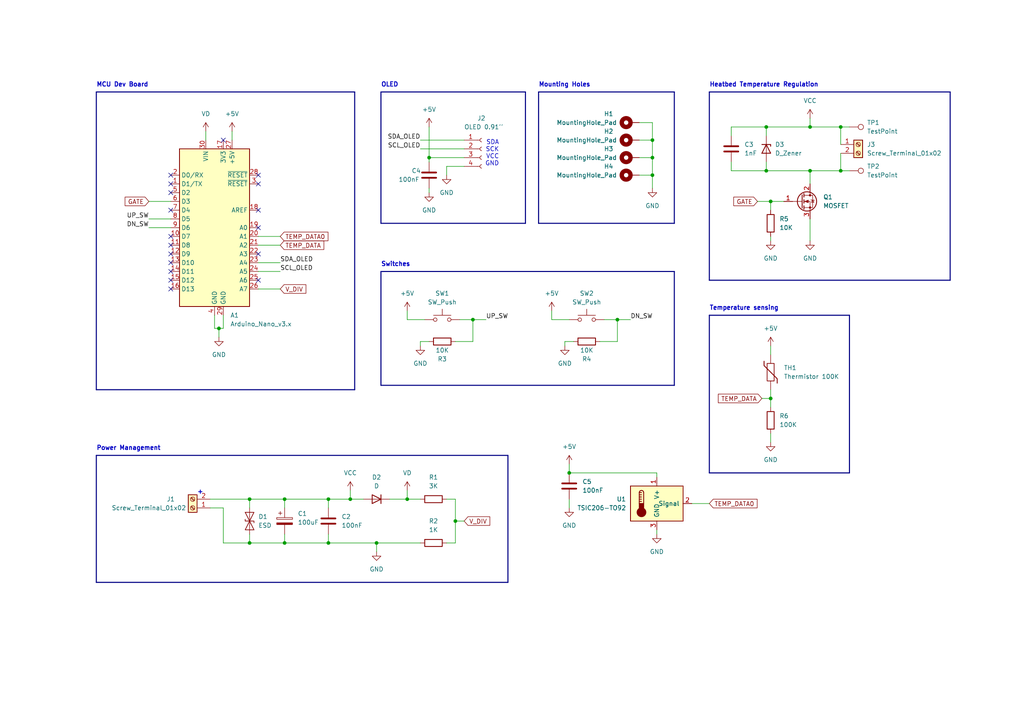
<source format=kicad_sch>
(kicad_sch (version 20211123) (generator eeschema)
  (paper "A4")
  (lib_symbols
    (symbol "Connector:Conn_01x04_Female" (pin_names (offset 1.016) hide)
      (property "Reference" "J" (at 0 5.08 0))
      (property "Value" "Conn_01x04_Female" (at 0 -7.62 0))
      (symbol "Conn_01x04_Female_1_1"
        (arc (start 0 -4.572) (mid -0.508 -5.08) (end 0 -5.588) (stroke (width 0.1524)))
        (arc (start 0 -2.032) (mid -0.508 -2.54) (end 0 -3.048) (stroke (width 0.1524)))
        (polyline (pts (xy -1.27 -5.08) (xy -0.508 -5.08)) (stroke (width 0.1524)))
        (polyline (pts (xy -1.27 -2.54) (xy -0.508 -2.54)) (stroke (width 0.1524)))
        (polyline (pts (xy -1.27 0) (xy -0.508 0)) (stroke (width 0.1524)))
        (polyline (pts (xy -1.27 2.54) (xy -0.508 2.54)) (stroke (width 0.1524)))
        (arc (start 0 0.508) (mid -0.508 0) (end 0 -0.508) (stroke (width 0.1524)))
        (arc (start 0 3.048) (mid -0.508 2.54) (end 0 2.032) (stroke (width 0.1524)))
        (pin passive line (at -5.08 2.54 0) (length 3.81) (name "Pin_1") (number "1"))
        (pin passive line (at -5.08 0 0) (length 3.81) (name "Pin_2") (number "2"))
        (pin passive line (at -5.08 -2.54 0) (length 3.81) (name "Pin_3") (number "3"))
        (pin passive line (at -5.08 -5.08 0) (length 3.81) (name "Pin_4") (number "4"))
      )
    )
    (symbol "Connector:Screw_Terminal_01x02" (pin_names (offset 1.016) hide)
      (property "Reference" "J" (at 0 2.54 0))
      (property "Value" "Screw_Terminal_01x02" (at 0 -5.08 0))
      (symbol "Screw_Terminal_01x02_1_1"
        (rectangle (start -1.27 1.27) (end 1.27 -3.81) (stroke (width 0.254)) (fill (type background)))
        (circle (center 0 -2.54) (radius 0.635) (stroke (width 0.1524)))
        (polyline (pts (xy -0.5334 -2.2098) (xy 0.3302 -3.048)) (stroke (width 0.1524)))
        (polyline (pts (xy -0.5334 0.3302) (xy 0.3302 -0.508)) (stroke (width 0.1524)))
        (polyline (pts (xy -0.3556 -2.032) (xy 0.508 -2.8702)) (stroke (width 0.1524)))
        (polyline (pts (xy -0.3556 0.508) (xy 0.508 -0.3302)) (stroke (width 0.1524)))
        (circle (center 0 0) (radius 0.635) (stroke (width 0.1524)))
        (pin passive line (at -5.08 0 0) (length 3.81) (name "Pin_1") (number "1"))
        (pin passive line (at -5.08 -2.54 0) (length 3.81) (name "Pin_2") (number "2"))
      )
    )
    (symbol "Connector:TestPoint" (pin_numbers hide) (pin_names (offset 0.762) hide)
      (property "Reference" "TP" (at 0 6.858 0))
      (property "Value" "TestPoint" (at 0 5.08 0))
      (symbol "TestPoint_0_1"
        (circle (center 0 3.302) (radius 0.762))
      )
      (symbol "TestPoint_1_1"
        (pin passive line (at 0 0 90) (length 2.54) (name "1") (number "1"))
      )
    )
    (symbol "Device:C" (pin_numbers hide) (pin_names (offset 0.254))
      (property "Reference" "C" (at 0.635 2.54 0))
      (property "Value" "C" (at 0.635 -2.54 0))
      (symbol "C_0_1"
        (polyline (pts (xy -2.032 -0.762) (xy 2.032 -0.762)) (stroke (width 0.508)))
        (polyline (pts (xy -2.032 0.762) (xy 2.032 0.762)) (stroke (width 0.508)))
      )
      (symbol "C_1_1"
        (pin passive line (at 0 3.81 270) (length 2.794) (name "~") (number "1"))
        (pin passive line (at 0 -3.81 90) (length 2.794) (name "~") (number "2"))
      )
    )
    (symbol "Device:C_Polarized" (pin_numbers hide) (pin_names (offset 0.254))
      (property "Reference" "C" (at 0.635 2.54 0))
      (property "Value" "C_Polarized" (at 0.635 -2.54 0))
      (symbol "C_Polarized_0_1"
        (rectangle (start -2.286 0.508) (end 2.286 1.016))
        (polyline (pts (xy -1.778 2.286) (xy -0.762 2.286)))
        (polyline (pts (xy -1.27 2.794) (xy -1.27 1.778)))
        (rectangle (start 2.286 -0.508) (end -2.286 -1.016) (fill (type outline)))
      )
      (symbol "C_Polarized_1_1"
        (pin passive line (at 0 3.81 270) (length 2.794) (name "~") (number "1"))
        (pin passive line (at 0 -3.81 90) (length 2.794) (name "~") (number "2"))
      )
    )
    (symbol "Device:D" (pin_numbers hide) (pin_names (offset 1.016) hide)
      (property "Reference" "D" (at 0 2.54 0))
      (property "Value" "D" (at 0 -2.54 0))
      (symbol "D_0_1"
        (polyline (pts (xy -1.27 1.27) (xy -1.27 -1.27)) (stroke (width 0.254)))
        (polyline (pts (xy 1.27 0) (xy -1.27 0)))
        (polyline (pts (xy 1.27 1.27) (xy 1.27 -1.27) (xy -1.27 0) (xy 1.27 1.27)) (stroke (width 0.254)))
      )
      (symbol "D_1_1"
        (pin passive line (at -3.81 0 0) (length 2.54) (name "K") (number "1"))
        (pin passive line (at 3.81 0 180) (length 2.54) (name "A") (number "2"))
      )
    )
    (symbol "Device:D_Zener" (pin_numbers hide) (pin_names (offset 1.016) hide)
      (property "Reference" "D" (at 0 2.54 0))
      (property "Value" "D_Zener" (at 0 -2.54 0))
      (symbol "D_Zener_0_1"
        (polyline (pts (xy 1.27 0) (xy -1.27 0)))
        (polyline (pts (xy -1.27 -1.27) (xy -1.27 1.27) (xy -0.762 1.27)) (stroke (width 0.254)))
        (polyline (pts (xy 1.27 -1.27) (xy 1.27 1.27) (xy -1.27 0) (xy 1.27 -1.27)) (stroke (width 0.254)))
      )
      (symbol "D_Zener_1_1"
        (pin passive line (at -3.81 0 0) (length 2.54) (name "K") (number "1"))
        (pin passive line (at 3.81 0 180) (length 2.54) (name "A") (number "2"))
      )
    )
    (symbol "Device:R" (pin_numbers hide) (pin_names (offset 0))
      (property "Reference" "R" (at 2.032 0 90))
      (property "Value" "R" (at 0 0 90))
      (symbol "R_0_1"
        (rectangle (start -1.016 -2.54) (end 1.016 2.54) (stroke (width 0.254)))
      )
      (symbol "R_1_1"
        (pin passive line (at 0 3.81 270) (length 1.27) (name "~") (number "1"))
        (pin passive line (at 0 -3.81 90) (length 1.27) (name "~") (number "2"))
      )
    )
    (symbol "Device:Thermistor" (pin_numbers hide) (pin_names (offset 0))
      (property "Reference" "TH" (at 2.54 1.27 90))
      (property "Value" "Thermistor" (at -2.54 0 90))
      (symbol "Thermistor_0_1"
        (rectangle (start -1.016 2.54) (end 1.016 -2.54) (stroke (width 0.2032)))
        (polyline (pts (xy -1.905 3.175) (xy -1.905 1.905) (xy 1.905 -1.905) (xy 1.905 -3.175) (xy 1.905 -3.175)) (stroke (width 0.254)))
      )
      (symbol "Thermistor_1_1"
        (pin passive line (at 0 5.08 270) (length 2.54) (name "~") (number "1"))
        (pin passive line (at 0 -5.08 90) (length 2.54) (name "~") (number "2"))
      )
    )
    (symbol "Diode:ESD9B5.0ST5G" (pin_numbers hide) (pin_names (offset 1.016) hide)
      (property "Reference" "D" (at 0 2.54 0))
      (property "Value" "ESD9B5.0ST5G" (at 0 -2.54 0))
      (symbol "ESD9B5.0ST5G_0_1"
        (polyline (pts (xy 1.27 0) (xy -1.27 0)))
        (polyline (pts (xy -2.54 -1.27) (xy 0 0) (xy -2.54 1.27) (xy -2.54 -1.27)) (stroke (width 0.2032)))
        (polyline (pts (xy 0.508 1.27) (xy 0 1.27) (xy 0 -1.27) (xy -0.508 -1.27)) (stroke (width 0.2032)))
        (polyline (pts (xy 2.54 1.27) (xy 2.54 -1.27) (xy 0 0) (xy 2.54 1.27)) (stroke (width 0.2032)))
      )
      (symbol "ESD9B5.0ST5G_1_1"
        (pin passive line (at -3.81 0 0) (length 2.54) (name "A1") (number "1"))
        (pin passive line (at 3.81 0 180) (length 2.54) (name "A2") (number "2"))
      )
    )
    (symbol "MCU_Module:Arduino_Nano_v3.x"
      (property "Reference" "A" (at -10.16 23.495 0))
      (property "Value" "Arduino_Nano_v3.x" (at 5.08 -24.13 0))
      (symbol "Arduino_Nano_v3.x_0_1"
        (rectangle (start -10.16 22.86) (end 10.16 -22.86) (stroke (width 0.254)) (fill (type background)))
      )
      (symbol "Arduino_Nano_v3.x_1_1"
        (pin bidirectional line (at -12.7 12.7 0) (length 2.54) (name "D1/TX") (number "1"))
        (pin bidirectional line (at -12.7 -2.54 0) (length 2.54) (name "D7") (number "10"))
        (pin bidirectional line (at -12.7 -5.08 0) (length 2.54) (name "D8") (number "11"))
        (pin bidirectional line (at -12.7 -7.62 0) (length 2.54) (name "D9") (number "12"))
        (pin bidirectional line (at -12.7 -10.16 0) (length 2.54) (name "D10") (number "13"))
        (pin bidirectional line (at -12.7 -12.7 0) (length 2.54) (name "D11") (number "14"))
        (pin bidirectional line (at -12.7 -15.24 0) (length 2.54) (name "D12") (number "15"))
        (pin bidirectional line (at -12.7 -17.78 0) (length 2.54) (name "D13") (number "16"))
        (pin power_out line (at 2.54 25.4 270) (length 2.54) (name "3V3") (number "17"))
        (pin input line (at 12.7 5.08 180) (length 2.54) (name "AREF") (number "18"))
        (pin bidirectional line (at 12.7 0 180) (length 2.54) (name "A0") (number "19"))
        (pin bidirectional line (at -12.7 15.24 0) (length 2.54) (name "D0/RX") (number "2"))
        (pin bidirectional line (at 12.7 -2.54 180) (length 2.54) (name "A1") (number "20"))
        (pin bidirectional line (at 12.7 -5.08 180) (length 2.54) (name "A2") (number "21"))
        (pin bidirectional line (at 12.7 -7.62 180) (length 2.54) (name "A3") (number "22"))
        (pin bidirectional line (at 12.7 -10.16 180) (length 2.54) (name "A4") (number "23"))
        (pin bidirectional line (at 12.7 -12.7 180) (length 2.54) (name "A5") (number "24"))
        (pin bidirectional line (at 12.7 -15.24 180) (length 2.54) (name "A6") (number "25"))
        (pin bidirectional line (at 12.7 -17.78 180) (length 2.54) (name "A7") (number "26"))
        (pin power_out line (at 5.08 25.4 270) (length 2.54) (name "+5V") (number "27"))
        (pin input line (at 12.7 15.24 180) (length 2.54) (name "~{RESET}") (number "28"))
        (pin power_in line (at 2.54 -25.4 90) (length 2.54) (name "GND") (number "29"))
        (pin input line (at 12.7 12.7 180) (length 2.54) (name "~{RESET}") (number "3"))
        (pin power_in line (at -2.54 25.4 270) (length 2.54) (name "VIN") (number "30"))
        (pin power_in line (at 0 -25.4 90) (length 2.54) (name "GND") (number "4"))
        (pin bidirectional line (at -12.7 10.16 0) (length 2.54) (name "D2") (number "5"))
        (pin bidirectional line (at -12.7 7.62 0) (length 2.54) (name "D3") (number "6"))
        (pin bidirectional line (at -12.7 5.08 0) (length 2.54) (name "D4") (number "7"))
        (pin bidirectional line (at -12.7 2.54 0) (length 2.54) (name "D5") (number "8"))
        (pin bidirectional line (at -12.7 0 0) (length 2.54) (name "D6") (number "9"))
      )
    )
    (symbol "Mechanical:MountingHole_Pad" (pin_numbers hide) (pin_names (offset 1.016) hide)
      (property "Reference" "H" (at 0 6.35 0))
      (property "Value" "MountingHole_Pad" (at 0 4.445 0))
      (symbol "MountingHole_Pad_0_1"
        (circle (center 0 1.27) (radius 1.27) (stroke (width 1.27)))
      )
      (symbol "MountingHole_Pad_1_1"
        (pin input line (at 0 -2.54 90) (length 2.54) (name "1") (number "1"))
      )
    )
    (symbol "Sensor_Temperature:TSIC206-TO92" (pin_names (offset 1.016))
      (property "Reference" "U" (at -6.35 6.35 0))
      (property "Value" "TSIC206-TO92" (at 1.27 6.35 0))
      (symbol "TSIC206-TO92_0_1"
        (rectangle (start -7.62 5.08) (end 7.62 -5.08) (stroke (width 0.254)) (fill (type background)))
        (circle (center -4.445 -2.54) (radius 1.27) (stroke (width 0.254)) (fill (type outline)))
        (rectangle (start -3.81 -1.905) (end -5.08 0) (stroke (width 0.254)) (fill (type outline)))
        (arc (start -3.81 3.175) (mid -4.445 3.81) (end -5.08 3.175) (stroke (width 0.254)))
        (polyline (pts (xy -5.08 0.635) (xy -4.445 0.635)) (stroke (width 0.254)))
        (polyline (pts (xy -5.08 1.27) (xy -4.445 1.27)) (stroke (width 0.254)))
        (polyline (pts (xy -5.08 1.905) (xy -4.445 1.905)) (stroke (width 0.254)))
        (polyline (pts (xy -5.08 2.54) (xy -4.445 2.54)) (stroke (width 0.254)))
        (polyline (pts (xy -5.08 3.175) (xy -5.08 0)) (stroke (width 0.254)))
        (polyline (pts (xy -5.08 3.175) (xy -4.445 3.175)) (stroke (width 0.254)))
        (polyline (pts (xy -3.81 3.175) (xy -3.81 0)) (stroke (width 0.254)))
      )
      (symbol "TSIC206-TO92_1_1"
        (pin power_in line (at 0 7.62 270) (length 2.54) (name "V+") (number "1"))
        (pin output line (at 10.16 0 180) (length 2.54) (name "Signal") (number "2"))
        (pin power_in line (at 0 -7.62 90) (length 2.54) (name "GND") (number "3"))
      )
    )
    (symbol "Switch:SW_Push" (pin_numbers hide) (pin_names (offset 1.016) hide)
      (property "Reference" "SW" (at 1.27 2.54 0))
      (property "Value" "SW_Push" (at 0 -1.524 0))
      (symbol "SW_Push_0_1"
        (circle (center -2.032 0) (radius 0.508))
        (polyline (pts (xy 0 1.27) (xy 0 3.048)))
        (polyline (pts (xy 2.54 1.27) (xy -2.54 1.27)))
        (circle (center 2.032 0) (radius 0.508))
        (pin passive line (at -5.08 0 0) (length 2.54) (name "1") (number "1"))
        (pin passive line (at 5.08 0 180) (length 2.54) (name "2") (number "2"))
      )
    )
    (symbol "Transistor_FET:IRF740" (pin_names hide)
      (property "Reference" "Q" (at 6.35 1.905 0))
      (property "Value" "IRF740" (at 6.35 0 0))
      (symbol "IRF740_0_1"
        (polyline (pts (xy 0.254 0) (xy -2.54 0)))
        (polyline (pts (xy 0.254 1.905) (xy 0.254 -1.905)) (stroke (width 0.254)))
        (polyline (pts (xy 0.762 -1.27) (xy 0.762 -2.286)) (stroke (width 0.254)))
        (polyline (pts (xy 0.762 0.508) (xy 0.762 -0.508)) (stroke (width 0.254)))
        (polyline (pts (xy 0.762 2.286) (xy 0.762 1.27)) (stroke (width 0.254)))
        (polyline (pts (xy 2.54 2.54) (xy 2.54 1.778)))
        (polyline (pts (xy 2.54 -2.54) (xy 2.54 0) (xy 0.762 0)))
        (polyline (pts (xy 0.762 -1.778) (xy 3.302 -1.778) (xy 3.302 1.778) (xy 0.762 1.778)))
        (polyline (pts (xy 1.016 0) (xy 2.032 0.381) (xy 2.032 -0.381) (xy 1.016 0)) (fill (type outline)))
        (polyline (pts (xy 2.794 0.508) (xy 2.921 0.381) (xy 3.683 0.381) (xy 3.81 0.254)))
        (polyline (pts (xy 3.302 0.381) (xy 2.921 -0.254) (xy 3.683 -0.254) (xy 3.302 0.381)))
        (circle (center 1.651 0) (radius 2.794) (stroke (width 0.254)))
        (circle (center 2.54 -1.778) (radius 0.254) (fill (type outline)))
        (circle (center 2.54 1.778) (radius 0.254) (fill (type outline)))
      )
      (symbol "IRF740_1_1"
        (pin input line (at -5.08 0 0) (length 2.54) (name "G") (number "1"))
        (pin passive line (at 2.54 5.08 270) (length 2.54) (name "D") (number "2"))
        (pin passive line (at 2.54 -5.08 90) (length 2.54) (name "S") (number "3"))
      )
    )
    (symbol "power:+5V" (power) (pin_names (offset 0))
      (property "Value" "+5V" (at 0 3.556 0))
      (symbol "+5V_0_1"
        (polyline (pts (xy -0.762 1.27) (xy 0 2.54)))
        (polyline (pts (xy 0 0) (xy 0 2.54)))
        (polyline (pts (xy 0 2.54) (xy 0.762 1.27)))
      )
      (symbol "+5V_1_1"
        (pin power_in line (at 0 0 90) (length 0) hide (name "+5V") (number "1"))
      )
    )
    (symbol "power:GND" (power) (pin_names (offset 0))
      (property "Value" "GND" (at 0 -3.81 0))
      (symbol "GND_0_1"
        (polyline (pts (xy 0 0) (xy 0 -1.27) (xy 1.27 -1.27) (xy 0 -2.54) (xy -1.27 -1.27) (xy 0 -1.27)))
      )
      (symbol "GND_1_1"
        (pin power_in line (at 0 0 270) (length 0) hide (name "GND") (number "1"))
      )
    )
    (symbol "power:VCC" (power) (pin_names (offset 0))
      (property "Value" "VCC" (at 0 3.81 0))
      (symbol "VCC_0_1"
        (polyline (pts (xy -0.762 1.27) (xy 0 2.54)))
        (polyline (pts (xy 0 0) (xy 0 2.54)))
        (polyline (pts (xy 0 2.54) (xy 0.762 1.27)))
      )
      (symbol "VCC_1_1"
        (pin power_in line (at 0 0 90) (length 0) hide (name "VCC") (number "1"))
      )
    )
    (symbol "power:VD" (power) (pin_names (offset 0))
      (property "Value" "VD" (at 0 3.81 0))
      (symbol "VD_0_1"
        (polyline (pts (xy -0.762 1.27) (xy 0 2.54)))
        (polyline (pts (xy 0 0) (xy 0 2.54)))
        (polyline (pts (xy 0 2.54) (xy 0.762 1.27)))
      )
      (symbol "VD_1_1"
        (pin power_in line (at 0 0 90) (length 0) hide (name "VD") (number "1"))
      )
    )
  )
  (junction (at 179.07 92.71))
  (junction (at 234.95 49.53))
  (junction (at 189.23 40.64))
  (junction (at 189.23 45.72))
  (junction (at 63.5 95.25))
  (junction (at 137.16 92.71))
  (junction (at 222.25 36.83))
  (junction (at 72.39 144.78))
  (junction (at 234.95 36.83))
  (junction (at 223.52 58.42))
  (junction (at 124.46 45.72))
  (junction (at 82.55 157.48))
  (junction (at 95.25 144.78))
  (junction (at 82.55 144.78))
  (junction (at 118.11 144.78))
  (junction (at 165.1 137.16))
  (junction (at 222.25 49.53))
  (junction (at 243.84 36.83))
  (junction (at 72.39 157.48))
  (junction (at 223.52 115.57))
  (junction (at 109.22 157.48))
  (junction (at 101.6 144.78))
  (junction (at 95.25 157.48))
  (junction (at 189.23 50.8))
  (junction (at 132.08 151.13))
  (junction (at 243.84 49.53))
  (no_connect (at 74.93 81.28))
  (no_connect (at 74.93 73.66))
  (no_connect (at 74.93 60.96))
  (no_connect (at 74.93 53.34))
  (no_connect (at 74.93 50.8))
  (no_connect (at 49.53 78.74))
  (no_connect (at 49.53 76.2))
  (no_connect (at 49.53 73.66))
  (no_connect (at 49.53 71.12))
  (no_connect (at 49.53 68.58))
  (no_connect (at 64.77 40.64))
  (no_connect (at 49.53 81.28))
  (no_connect (at 49.53 50.8))
  (no_connect (at 49.53 53.34))
  (no_connect (at 49.53 55.88))
  (no_connect (at 49.53 60.96))
  (no_connect (at 49.53 83.82))
  (no_connect (at 74.93 66.04))
  (wire (pts (xy 118.11 144.78) (xy 118.11 142.24)))
  (wire (pts (xy 223.52 100.33) (xy 223.52 102.87)))
  (bus (pts (xy 27.94 26.67) (xy 27.94 113.03)))
  (wire (pts (xy 72.39 154.94) (xy 72.39 157.48)))
  (wire (pts (xy 64.77 147.32) (xy 64.77 157.48)))
  (wire (pts (xy 133.35 92.71) (xy 137.16 92.71)))
  (wire (pts (xy 101.6 142.24) (xy 101.6 144.78)))
  (wire (pts (xy 175.26 92.71) (xy 179.07 92.71)))
  (wire (pts (xy 118.11 90.17) (xy 118.11 92.71)))
  (wire (pts (xy 189.23 40.64) (xy 189.23 45.72)))
  (wire (pts (xy 243.84 49.53) (xy 246.38 49.53)))
  (wire (pts (xy 160.02 92.71) (xy 165.1 92.71)))
  (wire (pts (xy 179.07 92.71) (xy 182.88 92.71)))
  (wire (pts (xy 121.92 43.18) (xy 134.62 43.18)))
  (wire (pts (xy 124.46 54.61) (xy 124.46 55.88)))
  (bus (pts (xy 110.49 26.67) (xy 110.49 64.77)))
  (wire (pts (xy 82.55 144.78) (xy 82.55 147.32)))
  (wire (pts (xy 189.23 50.8) (xy 189.23 54.61)))
  (wire (pts (xy 129.54 48.26) (xy 129.54 50.8)))
  (wire (pts (xy 95.25 157.48) (xy 109.22 157.48)))
  (wire (pts (xy 129.54 144.78) (xy 132.08 144.78)))
  (wire (pts (xy 43.18 58.42) (xy 49.53 58.42)))
  (wire (pts (xy 243.84 36.83) (xy 243.84 41.91)))
  (wire (pts (xy 124.46 46.99) (xy 124.46 45.72)))
  (bus (pts (xy 246.38 91.44) (xy 246.38 137.16)))
  (wire (pts (xy 72.39 144.78) (xy 82.55 144.78)))
  (wire (pts (xy 165.1 134.62) (xy 165.1 137.16)))
  (bus (pts (xy 110.49 111.76) (xy 195.58 111.76)))
  (wire (pts (xy 223.52 68.58) (xy 223.52 69.85)))
  (wire (pts (xy 189.23 45.72) (xy 189.23 50.8)))
  (wire (pts (xy 82.55 154.94) (xy 82.55 157.48)))
  (bus (pts (xy 27.94 26.67) (xy 102.87 26.67)))
  (wire (pts (xy 74.93 83.82) (xy 81.28 83.82)))
  (wire (pts (xy 43.18 66.04) (xy 49.53 66.04)))
  (wire (pts (xy 212.09 36.83) (xy 222.25 36.83)))
  (wire (pts (xy 185.42 35.56) (xy 189.23 35.56)))
  (wire (pts (xy 74.93 68.58) (xy 81.28 68.58)))
  (wire (pts (xy 185.42 40.64) (xy 189.23 40.64)))
  (wire (pts (xy 190.5 138.43) (xy 190.5 137.16)))
  (wire (pts (xy 43.18 63.5) (xy 49.53 63.5)))
  (wire (pts (xy 124.46 99.06) (xy 121.92 99.06)))
  (bus (pts (xy 156.21 64.77) (xy 195.58 64.77)))
  (wire (pts (xy 124.46 45.72) (xy 124.46 36.83)))
  (bus (pts (xy 275.59 26.67) (xy 275.59 81.28)))
  (wire (pts (xy 62.23 95.25) (xy 63.5 95.25)))
  (wire (pts (xy 160.02 90.17) (xy 160.02 92.71)))
  (wire (pts (xy 166.37 99.06) (xy 163.83 99.06)))
  (bus (pts (xy 27.94 113.03) (xy 102.87 113.03)))
  (wire (pts (xy 82.55 157.48) (xy 95.25 157.48)))
  (wire (pts (xy 134.62 45.72) (xy 124.46 45.72)))
  (wire (pts (xy 109.22 157.48) (xy 109.22 160.02)))
  (wire (pts (xy 200.66 146.05) (xy 205.74 146.05)))
  (wire (pts (xy 190.5 153.67) (xy 190.5 154.94)))
  (wire (pts (xy 243.84 49.53) (xy 243.84 44.45)))
  (wire (pts (xy 222.25 49.53) (xy 234.95 49.53)))
  (wire (pts (xy 223.52 125.73) (xy 223.52 128.27)))
  (wire (pts (xy 132.08 151.13) (xy 134.62 151.13)))
  (wire (pts (xy 72.39 157.48) (xy 82.55 157.48)))
  (wire (pts (xy 95.25 144.78) (xy 101.6 144.78)))
  (wire (pts (xy 129.54 157.48) (xy 132.08 157.48)))
  (wire (pts (xy 64.77 91.44) (xy 64.77 95.25)))
  (bus (pts (xy 110.49 26.67) (xy 152.4 26.67)))
  (wire (pts (xy 74.93 78.74) (xy 81.28 78.74)))
  (bus (pts (xy 205.74 91.44) (xy 246.38 91.44)))
  (bus (pts (xy 110.49 78.74) (xy 195.58 78.74)))
  (wire (pts (xy 62.23 91.44) (xy 62.23 95.25)))
  (bus (pts (xy 205.74 137.16) (xy 205.74 91.44)))
  (wire (pts (xy 74.93 71.12) (xy 81.28 71.12)))
  (wire (pts (xy 82.55 144.78) (xy 95.25 144.78)))
  (wire (pts (xy 134.62 48.26) (xy 129.54 48.26)))
  (wire (pts (xy 234.95 49.53) (xy 234.95 53.34)))
  (wire (pts (xy 223.52 115.57) (xy 223.52 118.11)))
  (wire (pts (xy 101.6 144.78) (xy 105.41 144.78)))
  (wire (pts (xy 212.09 46.99) (xy 212.09 49.53)))
  (wire (pts (xy 118.11 144.78) (xy 121.92 144.78)))
  (wire (pts (xy 179.07 99.06) (xy 173.99 99.06)))
  (wire (pts (xy 234.95 34.29) (xy 234.95 36.83)))
  (bus (pts (xy 147.32 168.91) (xy 27.94 168.91)))
  (wire (pts (xy 67.31 38.1) (xy 67.31 40.64)))
  (bus (pts (xy 102.87 113.03) (xy 102.87 26.67)))
  (wire (pts (xy 223.52 58.42) (xy 223.52 60.96)))
  (bus (pts (xy 205.74 26.67) (xy 275.59 26.67)))
  (bus (pts (xy 156.21 26.67) (xy 195.58 26.67)))
  (wire (pts (xy 137.16 92.71) (xy 137.16 99.06)))
  (wire (pts (xy 132.08 151.13) (xy 132.08 157.48)))
  (bus (pts (xy 275.59 81.28) (xy 205.74 81.28)))
  (wire (pts (xy 243.84 36.83) (xy 246.38 36.83)))
  (wire (pts (xy 132.08 144.78) (xy 132.08 151.13)))
  (bus (pts (xy 110.49 78.74) (xy 110.49 111.76)))
  (bus (pts (xy 110.49 64.77) (xy 152.4 64.77)))
  (wire (pts (xy 223.52 58.42) (xy 227.33 58.42)))
  (wire (pts (xy 179.07 92.71) (xy 179.07 99.06)))
  (wire (pts (xy 234.95 36.83) (xy 243.84 36.83)))
  (wire (pts (xy 72.39 144.78) (xy 72.39 147.32)))
  (wire (pts (xy 222.25 36.83) (xy 222.25 39.37)))
  (wire (pts (xy 212.09 49.53) (xy 222.25 49.53)))
  (wire (pts (xy 222.25 46.99) (xy 222.25 49.53)))
  (bus (pts (xy 27.94 132.08) (xy 147.32 132.08)))
  (wire (pts (xy 121.92 40.64) (xy 134.62 40.64)))
  (wire (pts (xy 223.52 113.03) (xy 223.52 115.57)))
  (bus (pts (xy 195.58 64.77) (xy 195.58 26.67)))
  (bus (pts (xy 152.4 64.77) (xy 152.4 26.67)))
  (wire (pts (xy 60.96 147.32) (xy 64.77 147.32)))
  (wire (pts (xy 137.16 92.71) (xy 140.97 92.71)))
  (wire (pts (xy 95.25 154.94) (xy 95.25 157.48)))
  (wire (pts (xy 60.96 144.78) (xy 72.39 144.78)))
  (bus (pts (xy 156.21 26.67) (xy 156.21 64.77)))
  (wire (pts (xy 222.25 36.83) (xy 234.95 36.83)))
  (wire (pts (xy 64.77 157.48) (xy 72.39 157.48)))
  (wire (pts (xy 234.95 49.53) (xy 243.84 49.53)))
  (bus (pts (xy 205.74 26.67) (xy 205.74 81.28)))
  (wire (pts (xy 59.69 38.1) (xy 59.69 40.64)))
  (wire (pts (xy 113.03 144.78) (xy 118.11 144.78)))
  (bus (pts (xy 27.94 168.91) (xy 27.94 132.08)))
  (wire (pts (xy 163.83 99.06) (xy 163.83 100.33)))
  (bus (pts (xy 147.32 132.08) (xy 147.32 168.91)))
  (wire (pts (xy 74.93 76.2) (xy 81.28 76.2)))
  (wire (pts (xy 189.23 35.56) (xy 189.23 40.64)))
  (wire (pts (xy 118.11 92.71) (xy 123.19 92.71)))
  (wire (pts (xy 185.42 45.72) (xy 189.23 45.72)))
  (wire (pts (xy 137.16 99.06) (xy 132.08 99.06)))
  (wire (pts (xy 121.92 99.06) (xy 121.92 100.33)))
  (wire (pts (xy 109.22 157.48) (xy 121.92 157.48)))
  (wire (pts (xy 212.09 39.37) (xy 212.09 36.83)))
  (bus (pts (xy 195.58 111.76) (xy 195.58 78.74)))
  (wire (pts (xy 185.42 50.8) (xy 189.23 50.8)))
  (wire (pts (xy 63.5 95.25) (xy 63.5 97.79)))
  (wire (pts (xy 219.71 58.42) (xy 223.52 58.42)))
  (wire (pts (xy 95.25 144.78) (xy 95.25 147.32)))
  (wire (pts (xy 220.98 115.57) (xy 223.52 115.57)))
  (wire (pts (xy 63.5 95.25) (xy 64.77 95.25)))
  (wire (pts (xy 165.1 137.16) (xy 190.5 137.16)))
  (bus (pts (xy 246.38 137.16) (xy 205.74 137.16)))
  (wire (pts (xy 165.1 144.78) (xy 165.1 147.32)))
  (wire (pts (xy 234.95 63.5) (xy 234.95 69.85)))
  (text "Temperature sensing" (at 205.74 90.17 0) (effects (font (size 1.27 1.27) bold) (justify left bottom)))
  (text "Mounting Holes" (at 156.21 25.4 0) (effects (font (size 1.27 1.27) (thickness 0.254) bold) (justify left bottom)))
  (text "OLED" (at 110.49 25.4 0) (effects (font (size 1.27 1.27) bold) (justify left bottom)))
  (text "Heatbed Temperature Regulation" (at 205.74 25.4 0) (effects (font (size 1.27 1.27) bold) (justify left bottom)))
  (text "Power Management" (at 27.94 130.81 0) (effects (font (size 1.27 1.27) bold) (justify left bottom)))
  (text "MCU Dev Board" (at 27.94 25.4 0) (effects (font (size 1.27 1.27) bold) (justify left bottom)))
  (text "SDA\nSCK\nVCC\nGND" (at 144.78 48.26 180) (effects (font (size 1.27 1.27)) (justify right bottom)))
  (text "Switches" (at 110.49 77.47 0) (effects (font (size 1.27 1.27) bold) (justify left bottom)))
  (text "+" (at 57.15 143.51 0) (effects (font (size 1.27 1.27) (thickness 0.254) bold) (justify left bottom)))
  (label "SCL_OLED" (at 121.92 43.18 180))
  (label "UP_SW" (at 140.97 92.71 0))
  (label "UP_SW" (at 43.18 63.5 180))
  (label "SCL_OLED" (at 81.28 78.74 0))
  (label "SDA_OLED" (at 121.92 40.64 180))
  (label "SDA_OLED" (at 81.28 76.2 0))
  (label "DN_SW" (at 43.18 66.04 180))
  (label "DN_SW" (at 182.88 92.71 0))
  (global_label "TEMP_DATA" (shape input) (at 81.28 71.12 0) (property "Intersheet References" "${INTERSHEET_REFS}" (effects hide)))
  (global_label "GATE" (shape input) (at 219.71 58.42 180) (property "Intersheet References" "${INTERSHEET_REFS}" (effects hide)))
  (global_label "V_DIV" (shape input) (at 81.28 83.82 0) (property "Intersheet References" "${INTERSHEET_REFS}" (effects hide)))
  (global_label "GATE" (shape input) (at 43.18 58.42 180) (property "Intersheet References" "${INTERSHEET_REFS}" (effects hide)))
  (global_label "TEMP_DATA0" (shape input) (at 205.74 146.05 0) (property "Intersheet References" "${INTERSHEET_REFS}" (effects hide)))
  (global_label "V_DIV" (shape input) (at 134.62 151.13 0) (property "Intersheet References" "${INTERSHEET_REFS}" (effects hide)))
  (global_label "TEMP_DATA" (shape input) (at 220.98 115.57 180) (property "Intersheet References" "${INTERSHEET_REFS}" (effects hide)))
  (global_label "TEMP_DATA0" (shape input) (at 81.28 68.58 0) (property "Intersheet References" "${INTERSHEET_REFS}" (effects hide)))
  (symbol (lib_id "power:GND") (at 189.23 54.61 0) (unit 1)
    (property "Reference" "#PWR019" (effects hide))
    (property "Value" "GND" (at 189.23 59.69 0))
  )
  (symbol (lib_id "Device:D") (at 109.22 144.78 180) (unit 1)
    (property "Reference" "D2" (at 109.22 138.43 0))
    (property "Value" "D" (at 109.22 140.97 0))
    (property "Footprint" "Diode_THT:D_DO-41_SOD81_P10.16mm_Horizontal" (effects hide))
  )
  (symbol (lib_id "Device:R") (at 125.73 157.48 90) (unit 1)
    (property "Reference" "R2" (at 125.73 151.13 90))
    (property "Value" "1K" (at 125.73 153.67 90))
    (property "Footprint" "Resistor_SMD:R_0805_2012Metric" (effects hide))
  )
  (symbol (lib_id "Device:C_Polarized") (at 82.55 151.13 0) (unit 1)
    (property "Reference" "C1" (at 86.36 148.9709 0) (effects (justify left)))
    (property "Value" "100uF" (at 86.36 151.5109 0) (effects (justify left)))
    (property "Footprint" "Capacitor_SMD:CP_Elec_8x5.4" (effects hide))
  )
  (symbol (lib_id "Device:R") (at 125.73 144.78 90) (unit 1)
    (property "Reference" "R1" (at 125.73 138.43 90))
    (property "Value" "3K" (at 125.73 140.97 90))
    (property "Footprint" "Resistor_SMD:R_0805_2012Metric" (effects hide))
  )
  (symbol (lib_id "Device:C") (at 95.25 151.13 0) (unit 1)
    (property "Reference" "C2" (at 99.06 149.8599 0) (effects (justify left)))
    (property "Value" "100nF" (at 99.06 152.3999 0) (effects (justify left)))
    (property "Footprint" "Capacitor_SMD:C_0805_2012Metric" (effects hide))
  )
  (symbol (lib_id "Sensor_Temperature:TSIC206-TO92") (at 190.5 146.05 0) (unit 1)
    (property "Reference" "U1" (at 181.61 144.7799 0) (effects (justify right)))
    (property "Value" "TSIC206-TO92" (at 181.61 147.3199 0) (effects (justify right)))
    (property "Footprint" "Connector_PinHeader_2.54mm:PinHeader_1x03_P2.54mm_Vertical" (effects hide))
    (property "Datasheet" "https://shop.bb-sensors.com/out/media/Datasheet_Digital_Semiconductor_temperatur_sensor_TSIC.pdf" (effects hide))
  )
  (symbol (lib_id "Connector:TestPoint") (at 246.38 49.53 270) (unit 1)
    (property "Reference" "TP2" (at 251.46 48.2599 90) (effects (justify left)))
    (property "Value" "TestPoint" (at 251.46 50.7999 90) (effects (justify left)))
    (property "Footprint" "TestPoint:TestPoint_Pad_3.0x3.0mm" (effects hide))
  )
  (symbol (lib_id "Device:R") (at 223.52 64.77 180) (unit 1)
    (property "Reference" "R5" (at 226.06 63.4999 0) (effects (justify right)))
    (property "Value" "10K" (at 226.06 66.0399 0) (effects (justify right)))
    (property "Footprint" "Resistor_SMD:R_0805_2012Metric" (effects hide))
  )
  (symbol (lib_id "Connector:Conn_01x04_Female") (at 139.7 43.18 0) (unit 1)
    (property "Reference" "J2" (at 138.43 34.29 0) (effects (justify left)))
    (property "Value" "OLED 0.91''" (at 134.62 36.83 0) (effects (justify left)))
    (property "Footprint" "Connector_PinHeader_2.54mm:PinHeader_1x04_P2.54mm_Vertical" (effects hide))
  )
  (symbol (lib_id "Device:R") (at 170.18 99.06 90) (unit 1)
    (property "Reference" "R4" (at 170.18 104.14 90))
    (property "Value" "10K" (at 170.18 101.6 90))
    (property "Footprint" "Resistor_SMD:R_0805_2012Metric" (effects hide))
  )
  (symbol (lib_id "Connector:TestPoint") (at 246.38 36.83 270) (unit 1)
    (property "Reference" "TP1" (at 251.46 35.5599 90) (effects (justify left)))
    (property "Value" "TestPoint" (at 251.46 38.0999 90) (effects (justify left)))
    (property "Footprint" "TestPoint:TestPoint_Pad_3.0x3.0mm" (effects hide))
  )
  (symbol (lib_id "power:GND") (at 129.54 50.8 0) (unit 1)
    (property "Reference" "#PWR09" (effects hide))
    (property "Value" "GND" (at 129.54 55.88 0))
  )
  (symbol (lib_id "Device:R") (at 223.52 121.92 0) (unit 1)
    (property "Reference" "R6" (at 226.06 120.6499 0) (effects (justify left)))
    (property "Value" "100K" (at 226.06 123.1899 0) (effects (justify left)))
    (property "Footprint" "Resistor_SMD:R_0805_2012Metric" (effects hide))
  )
  (symbol (lib_id "Connector:Screw_Terminal_01x02") (at 55.88 147.32 180) (unit 1)
    (property "Reference" "J1" (at 49.53 144.78 0))
    (property "Value" "Screw_Terminal_01x02" (at 43.18 147.32 0))
    (property "Footprint" "TerminalBlock:TerminalBlock_bornier-2_P5.08mm" (effects hide))
  )
  (symbol (lib_id "Mechanical:MountingHole_Pad") (at 182.88 50.8 90) (unit 1)
    (property "Reference" "H4" (at 176.53 48.26 90))
    (property "Value" "MountingHole_Pad" (at 170.18 50.8 90))
    (property "Footprint" "MountingHole:MountingHole_3.2mm_M3_DIN965_Pad" (effects hide))
  )
  (symbol (lib_id "Device:Thermistor") (at 223.52 107.95 180) (unit 1)
    (property "Reference" "TH1" (at 227.33 106.6799 0) (effects (justify right)))
    (property "Value" "Thermistor 100K" (at 227.33 109.2199 0) (effects (justify right)))
    (property "Footprint" "Connector_PinHeader_2.54mm:PinHeader_1x02_P2.54mm_Vertical" (effects hide))
  )
  (symbol (lib_id "power:GND") (at 165.1 147.32 0) (unit 1)
    (property "Reference" "#PWR0101" (effects hide))
    (property "Value" "GND" (at 165.1 152.4 0))
  )
  (symbol (lib_id "power:GND") (at 163.83 100.33 0) (unit 1)
    (property "Reference" "#PWR012" (effects hide))
    (property "Value" "GND" (at 163.83 105.41 0))
  )
  (symbol (lib_id "Mechanical:MountingHole_Pad") (at 182.88 45.72 90) (unit 1)
    (property "Reference" "H3" (at 176.53 43.18 90))
    (property "Value" "MountingHole_Pad" (at 170.18 45.72 90))
    (property "Footprint" "MountingHole:MountingHole_3.2mm_M3_DIN965_Pad" (effects hide))
  )
  (symbol (lib_id "MCU_Module:Arduino_Nano_v3.x") (at 62.23 66.04 0) (unit 1)
    (property "Reference" "A1" (at 66.7894 91.44 0) (effects (justify left)))
    (property "Value" "Arduino_Nano_v3.x" (at 66.7894 93.98 0) (effects (justify left)))
    (property "Footprint" "Module:Arduino_Nano" (effects hide))
    (property "Datasheet" "http://www.mouser.com/pdfdocs/Gravitech_Arduino_Nano3_0.pdf" (effects hide))
  )
  (symbol (lib_id "power:+5V") (at 118.11 90.17 0) (unit 1)
    (property "Reference" "#PWR06" (effects hide))
    (property "Value" "+5V" (at 118.11 85.09 0))
  )
  (symbol (lib_id "power:+5V") (at 160.02 90.17 0) (unit 1)
    (property "Reference" "#PWR011" (effects hide))
    (property "Value" "+5V" (at 160.02 85.09 0))
  )
  (symbol (lib_id "Diode:ESD9B5.0ST5G") (at 72.39 151.13 90) (unit 1)
    (property "Reference" "D1" (at 74.93 149.8599 90) (effects (justify right)))
    (property "Value" "ESD" (at 74.93 152.4 90) (effects (justify right)))
    (property "Footprint" "Diode_THT:D_DO-15_P12.70mm_Horizontal" (effects hide))
    (property "Datasheet" "https://www.onsemi.com/pub/Collateral/ESD9B-D.PDF" (effects hide))
  )
  (symbol (lib_id "power:GND") (at 223.52 69.85 0) (unit 1)
    (property "Reference" "#PWR013" (effects hide))
    (property "Value" "GND" (at 223.52 74.93 0))
  )
  (symbol (lib_id "power:+5V") (at 165.1 134.62 0) (unit 1)
    (property "Reference" "#PWR0102" (effects hide))
    (property "Value" "+5V" (at 165.1 129.54 0))
  )
  (symbol (lib_id "Connector:Screw_Terminal_01x02") (at 248.92 41.91 0) (unit 1)
    (property "Reference" "J3" (at 251.46 41.9099 0) (effects (justify left)))
    (property "Value" "Screw_Terminal_01x02" (at 251.46 44.4499 0) (effects (justify left)))
    (property "Footprint" "TerminalBlock:TerminalBlock_bornier-2_P5.08mm" (effects hide))
  )
  (symbol (lib_id "power:GND") (at 124.46 55.88 0) (unit 1)
    (property "Reference" "#PWR018" (effects hide))
    (property "Value" "GND" (at 124.46 60.96 0))
  )
  (symbol (lib_id "Transistor_FET:IRF740") (at 232.41 58.42 0) (unit 1)
    (property "Reference" "Q1" (at 238.76 57.1499 0) (effects (justify left)))
    (property "Value" "MOSFET" (at 238.76 59.6899 0) (effects (justify left)))
    (property "Footprint" "Package_TO_SOT_THT:TO-220-3_Vertical" (effects hide))
    (property "Datasheet" "http://www.vishay.com/docs/91054/91054.pdf" (effects hide))
  )
  (symbol (lib_id "Device:R") (at 128.27 99.06 90) (unit 1)
    (property "Reference" "R3" (at 128.27 104.14 90))
    (property "Value" "10K" (at 128.27 101.6 90))
    (property "Footprint" "Resistor_SMD:R_0805_2012Metric" (effects hide))
  )
  (symbol (lib_id "Device:C") (at 165.1 140.97 0) (unit 1)
    (property "Reference" "C5" (at 168.91 139.6999 0) (effects (justify left)))
    (property "Value" "100nF" (at 168.91 142.2399 0) (effects (justify left)))
    (property "Footprint" "Capacitor_SMD:C_0805_2012Metric" (effects hide))
  )
  (symbol (lib_id "Mechanical:MountingHole_Pad") (at 182.88 40.64 90) (unit 1)
    (property "Reference" "H2" (at 176.53 38.1 90))
    (property "Value" "MountingHole_Pad" (at 170.18 40.64 90))
    (property "Footprint" "MountingHole:MountingHole_3.2mm_M3_DIN965_Pad" (effects hide))
  )
  (symbol (lib_id "power:+5V") (at 124.46 36.83 0) (unit 1)
    (property "Reference" "#PWR08" (effects hide))
    (property "Value" "+5V" (at 124.46 31.75 0))
  )
  (symbol (lib_id "Device:C") (at 212.09 43.18 0) (unit 1)
    (property "Reference" "C3" (at 215.9 41.9099 0) (effects (justify left)))
    (property "Value" "1nF" (at 215.9 44.4499 0) (effects (justify left)))
    (property "Footprint" "Capacitor_SMD:C_0805_2012Metric" (effects hide))
  )
  (symbol (lib_id "power:GND") (at 190.5 154.94 0) (unit 1)
    (property "Reference" "#PWR0103" (effects hide))
    (property "Value" "GND" (at 190.5 160.02 0))
  )
  (symbol (lib_id "power:VCC") (at 101.6 142.24 0) (unit 1)
    (property "Reference" "#PWR04" (effects hide))
    (property "Value" "VCC" (at 101.6 137.16 0))
  )
  (symbol (lib_id "power:GND") (at 109.22 160.02 0) (unit 1)
    (property "Reference" "#PWR05" (effects hide))
    (property "Value" "GND" (at 109.22 165.1 0))
  )
  (symbol (lib_id "power:GND") (at 234.95 69.85 0) (unit 1)
    (property "Reference" "#PWR015" (effects hide))
    (property "Value" "GND" (at 234.95 74.93 0))
  )
  (symbol (lib_id "power:GND") (at 121.92 100.33 0) (unit 1)
    (property "Reference" "#PWR010" (effects hide))
    (property "Value" "GND" (at 121.92 105.41 0))
  )
  (symbol (lib_id "power:GND") (at 63.5 97.79 0) (unit 1)
    (property "Reference" "#PWR02" (effects hide))
    (property "Value" "GND" (at 63.5 102.87 0))
  )
  (symbol (lib_id "Device:C") (at 124.46 50.8 0) (unit 1)
    (property "Reference" "C4" (at 119.38 49.53 0) (effects (justify left)))
    (property "Value" "100nF" (at 115.57 52.07 0) (effects (justify left)))
    (property "Footprint" "Capacitor_SMD:C_0805_2012Metric" (effects hide))
  )
  (symbol (lib_id "Switch:SW_Push") (at 128.27 92.71 0) (unit 1)
    (property "Reference" "SW1" (at 128.27 85.09 0))
    (property "Value" "SW_Push" (at 128.27 87.63 0))
    (property "Footprint" "Button_Switch_THT:SW_PUSH_6mm" (effects hide))
  )
  (symbol (lib_id "Device:D_Zener") (at 222.25 43.18 270) (unit 1)
    (property "Reference" "D3" (at 224.79 41.9099 90) (effects (justify left)))
    (property "Value" "D_Zener" (at 224.79 44.4499 90) (effects (justify left)))
    (property "Footprint" "Diode_THT:D_DO-41_SOD81_P10.16mm_Horizontal" (effects hide))
  )
  (symbol (lib_id "power:VCC") (at 234.95 34.29 0) (unit 1)
    (property "Reference" "#PWR014" (effects hide))
    (property "Value" "VCC" (at 234.95 29.21 0))
  )
  (symbol (lib_id "power:VD") (at 59.69 38.1 0) (unit 1)
    (property "Reference" "#PWR01" (effects hide))
    (property "Value" "VD" (at 59.69 33.02 0))
  )
  (symbol (lib_id "power:VD") (at 118.11 142.24 0) (unit 1)
    (property "Reference" "#PWR07" (effects hide))
    (property "Value" "VD" (at 118.11 137.16 0))
  )
  (symbol (lib_id "Switch:SW_Push") (at 170.18 92.71 0) (unit 1)
    (property "Reference" "SW2" (at 170.18 85.09 0))
    (property "Value" "SW_Push" (at 170.18 87.63 0))
    (property "Footprint" "Button_Switch_THT:SW_PUSH_6mm" (effects hide))
  )
  (symbol (lib_id "power:GND") (at 223.52 128.27 0) (unit 1)
    (property "Reference" "#PWR017" (effects hide))
    (property "Value" "GND" (at 223.52 133.35 0))
  )
  (symbol (lib_id "power:+5V") (at 223.52 100.33 0) (unit 1)
    (property "Reference" "#PWR016" (effects hide))
    (property "Value" "+5V" (at 223.52 95.25 0))
  )
  (symbol (lib_id "power:+5V") (at 67.31 38.1 0) (unit 1)
    (property "Reference" "#PWR03" (effects hide))
    (property "Value" "+5V" (at 67.31 33.02 0))
  )
  (symbol (lib_id "Mechanical:MountingHole_Pad") (at 182.88 35.56 90) (unit 1)
    (property "Reference" "H1" (at 176.53 33.02 90))
    (property "Value" "MountingHole_Pad" (at 170.18 35.56 90))
    (property "Footprint" "MountingHole:MountingHole_3.2mm_M3_DIN965_Pad" (effects hide))
  )
)
</source>
